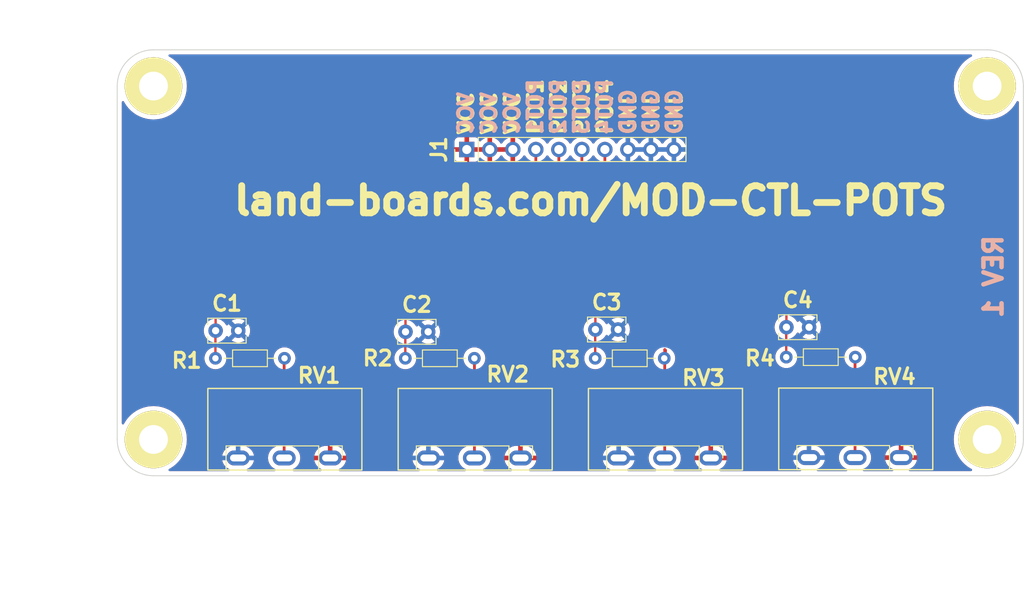
<source format=kicad_pcb>
(kicad_pcb (version 20211014) (generator pcbnew)
  (layers (0 "F.Cu" signal) (31 "B.Cu" signal) (34 "B.Paste" user) (35 "F.Paste" user) (36 "B.SilkS" user "B.Silkscreen") (37 "F.SilkS" user "F.Silkscreen") (38 "B.Mask" user) (39 "F.Mask" user) (44 "Edge.Cuts" user))
  (net 0 "")
  (net 1 "GND")
  (net 2 "Net-(R1-Pad2)")
  (net 3 "Net-(R2-Pad2)")
  (net 4 "Net-(R3-Pad2)")
  (net 5 "Net-(R4-Pad2)")
  (net 6 "VCC")
  (net 7 "/POT1")
  (net 8 "/POT2")
  (net 9 "/POT3")
  (net 10 "/POT4")
  (footprint "LandBoards_MountHoles:MTG-4-40" (layer "F.Cu") (at 94 83)
    (fp_text reference "MTG1" hide)
    (fp_text value "MountingHole" hide)
    (pad "1" thru_hole circle locked (at 0 0) (size 6.35 6.35) (drill 3.175) (layers *.Cu *.Mask "F.SilkS"))
  )
  (footprint "Capacitor_THT:C_Rect_L4.0mm_W2.5mm_P2.50mm" (layer "F.Cu") (at 163.85 70.612)
    (fp_text reference "C4" (at 1.25 -3) (layer "F.SilkS") (effects (font (size 1.651 1.651) (thickness 0.34925))))
    (fp_text value "0.1uF")
    (fp_line (start 3.37 -1.37) (end 3.37 -0.665) (layer "F.SilkS") (width 0.12))
    (fp_line (start -0.87 -1.37) (end -0.87 -0.665) (layer "F.SilkS") (width 0.12))
    (fp_line (start -0.87 1.37) (end 3.37 1.37) (layer "F.SilkS") (width 0.12))
    (fp_line (start -0.87 -1.37) (end 3.37 -1.37) (layer "F.SilkS") (width 0.12))
    (fp_line (start -0.87 0.665) (end -0.87 1.37) (layer "F.SilkS") (width 0.12))
    (fp_line (start 3.37 0.665) (end 3.37 1.37) (layer "F.SilkS") (width 0.12))
    (pad "1" thru_hole circle (at 0 0) (size 1.6 1.6) (drill 0.8) (layers *.Cu *.Mask) (net 10 "/POT4"))
    (pad "2" thru_hole circle (at 2.5 0) (size 1.6 1.6) (drill 0.8) (layers *.Cu *.Mask) (net 1 "GND"))
  )
  (footprint "Capacitor_THT:C_Rect_L4.0mm_W2.5mm_P2.50mm" (layer "F.Cu") (at 142.768 70.866)
    (fp_text reference "C3" (at 1.25 -3) (layer "F.SilkS") (effects (font (size 1.651 1.651) (thickness 0.34925))))
    (fp_text value "0.1uF")
    (fp_line (start -0.87 -1.37) (end 3.37 -1.37) (layer "F.SilkS") (width 0.12))
    (fp_line (start -0.87 1.37) (end 3.37 1.37) (layer "F.SilkS") (width 0.12))
    (fp_line (start 3.37 -1.37) (end 3.37 -0.665) (layer "F.SilkS") (width 0.12))
    (fp_line (start 3.37 0.665) (end 3.37 1.37) (layer "F.SilkS") (width 0.12))
    (fp_line (start -0.87 -1.37) (end -0.87 -0.665) (layer "F.SilkS") (width 0.12))
    (fp_line (start -0.87 0.665) (end -0.87 1.37) (layer "F.SilkS") (width 0.12))
    (pad "1" thru_hole circle (at 0 0) (size 1.6 1.6) (drill 0.8) (layers *.Cu *.Mask) (net 9 "/POT3"))
    (pad "2" thru_hole circle (at 2.5 0) (size 1.6 1.6) (drill 0.8) (layers *.Cu *.Mask) (net 1 "GND"))
  )
  (footprint "Resistor_THT:R_Axial_DIN0204_L3.6mm_D1.6mm_P7.62mm_Horizontal" (layer "F.Cu") (at 121.793 74.041)
    (fp_text reference "R2" (at -3.048 0) (layer "F.SilkS") (effects (font (size 1.651 1.651) (thickness 0.34925))))
    (fp_text value "1K")
    (fp_line (start 1.89 0.92) (end 5.73 0.92) (layer "F.SilkS") (width 0.12))
    (fp_line (start 0.94 0) (end 1.89 0) (layer "F.SilkS") (width 0.12))
    (fp_line (start 1.89 -0.92) (end 1.89 0.92) (layer "F.SilkS") (width 0.12))
    (fp_line (start 6.68 0) (end 5.73 0) (layer "F.SilkS") (width 0.12))
    (fp_line (start 5.73 0.92) (end 5.73 -0.92) (layer "F.SilkS") (width 0.12))
    (fp_line (start 5.73 -0.92) (end 1.89 -0.92) (layer "F.SilkS") (width 0.12))
    (pad "1" thru_hole circle (at 0 0) (size 1.4 1.4) (drill 0.7) (layers *.Cu *.Mask) (net 8 "/POT2"))
    (pad "2" thru_hole oval (at 7.62 0) (size 1.4 1.4) (drill 0.7) (layers *.Cu *.Mask) (net 3 "Net-(R2-Pad2)"))
  )
  (footprint "LandBoards_Conns:Pot3" (layer "F.Cu") (at 113.500002 85.039987 -90)
    (fp_text reference "RV1" (at -9.093987 1.232002 180) (layer "F.SilkS") (effects (font (size 1.651 1.651) (thickness 0.34925))))
    (fp_text value "100K")
    (fp_line (start -1.33 -1.33) (end 0 -1.33) (layer "F.SilkS") (width 0.12))
    (fp_line (start -1.33 0) (end -1.33 -1.33) (layer "F.SilkS") (width 0.12))
    (fp_line (start -1.33 1.27) (end -1.33 11.49) (layer "F.SilkS") (width 0.12))
    (fp_line (start -1.33 11.49) (end 1.33 11.49) (layer "F.SilkS") (width 0.12))
    (fp_line (start 1.33 1.27) (end 1.33 11.49) (layer "F.SilkS") (width 0.12))
    (fp_line (start -1.33 1.27) (end 1.33 1.27) (layer "F.SilkS") (width 0.12))
    (fp_rect (start -7.67 -3.5) (end 1.33 13.5) (layer "F.SilkS") (width 0.15) (fill none))
    (pad "1" thru_hole oval (at 0 0 270) (size 1.651 2.54) (drill oval 0.762 1.778) (layers *.Cu *.Mask) (net 6 "VCC"))
    (pad "2" thru_hole oval (at 0 5.08 270) (size 1.651 2.54) (drill oval 0.762 1.778) (layers *.Cu *.Mask) (net 2 "Net-(R1-Pad2)"))
    (pad "3" thru_hole oval (at 0 10.16 270) (size 1.651 2.54) (drill oval 0.762 1.778) (layers *.Cu *.Mask) (net 1 "GND"))
  )
  (footprint "LandBoards_MountHoles:MTG-4-40" (layer "F.Cu") (at 94 44)
    (fp_text reference "MTG3" hide)
    (fp_text value "MountingHole" hide)
    (pad "1" thru_hole circle locked (at 0 0) (size 6.35 6.35) (drill 3.175) (layers *.Cu *.Mask "F.SilkS"))
  )
  (footprint "Connector_PinHeader_2.54mm:PinHeader_1x10_P2.54mm_Vertical" (layer "F.Cu") (at 128.575 51 90)
    (fp_text reference "J1" (at 0 -3.075 90) (layer "F.SilkS") (effects (font (size 1.651 1.651) (thickness 0.34925))))
    (fp_text value "Conn_01x10")
    (fp_line (start 1.33 1.27) (end 1.33 24.19) (layer "F.SilkS") (width 0.12))
    (fp_line (start -1.33 1.27) (end -1.33 24.19) (layer "F.SilkS") (width 0.12))
    (fp_line (start -1.33 1.27) (end 1.33 1.27) (layer "F.SilkS") (width 0.12))
    (fp_line (start -1.33 0) (end -1.33 -1.33) (layer "F.SilkS") (width 0.12))
    (fp_line (start -1.33 24.19) (end 1.33 24.19) (layer "F.SilkS") (width 0.12))
    (fp_line (start -1.33 -1.33) (end 0 -1.33) (layer "F.SilkS") (width 0.12))
    (pad "1" thru_hole rect (at 0 0 90) (size 1.7 1.7) (drill 1) (layers *.Cu *.Mask) (net 6 "VCC"))
    (pad "2" thru_hole oval (at 0 2.54 90) (size 1.7 1.7) (drill 1) (layers *.Cu *.Mask) (net 6 "VCC"))
    (pad "3" thru_hole oval (at 0 5.08 90) (size 1.7 1.7) (drill 1) (layers *.Cu *.Mask) (net 6 "VCC"))
    (pad "4" thru_hole oval (at 0 7.62 90) (size 1.7 1.7) (drill 1) (layers *.Cu *.Mask) (net 7 "/POT1"))
    (pad "5" thru_hole oval (at 0 10.16 90) (size 1.7 1.7) (drill 1) (layers *.Cu *.Mask) (net 8 "/POT2"))
    (pad "6" thru_hole oval (at 0 12.7 90) (size 1.7 1.7) (drill 1) (layers *.Cu *.Mask) (net 9 "/POT3"))
    (pad "7" thru_hole oval (at 0 15.24 90) (size 1.7 1.7) (drill 1) (layers *.Cu *.Mask) (net 10 "/POT4"))
    (pad "8" thru_hole oval (at 0 17.78 90) (size 1.7 1.7) (drill 1) (layers *.Cu *.Mask) (net 1 "GND"))
    (pad "9" thru_hole oval (at 0 20.32 90) (size 1.7 1.7) (drill 1) (layers *.Cu *.Mask) (net 1 "GND"))
    (pad "10" thru_hole oval (at 0 22.86 90) (size 1.7 1.7) (drill 1) (layers *.Cu *.Mask) (net 1 "GND"))
  )
  (footprint "LandBoards_Conns:Pot3" (layer "F.Cu") (at 176.500003 85.000008 -90)
    (fp_text reference "RV4" (at -8.927008 0.732003 180) (layer "F.SilkS") (effects (font (size 1.651 1.651) (thickness 0.34925))))
    (fp_text value "100K")
    (fp_line (start -1.33 0) (end -1.33 -1.33) (layer "F.SilkS") (width 0.12))
    (fp_line (start -1.33 -1.33) (end 0 -1.33) (layer "F.SilkS") (width 0.12))
    (fp_line (start -1.33 1.27) (end 1.33 1.27) (layer "F.SilkS") (width 0.12))
    (fp_line (start 1.33 1.27) (end 1.33 11.49) (layer "F.SilkS") (width 0.12))
    (fp_line (start -1.33 11.49) (end 1.33 11.49) (layer "F.SilkS") (width 0.12))
    (fp_line (start -1.33 1.27) (end -1.33 11.49) (layer "F.SilkS") (width 0.12))
    (fp_rect (start -7.67 -3.5) (end 1.33 13.5) (layer "F.SilkS") (width 0.15) (fill none))
    (pad "1" thru_hole oval (at 0 0 270) (size 1.651 2.54) (drill oval 0.762 1.778) (layers *.Cu *.Mask) (net 6 "VCC"))
    (pad "2" thru_hole oval (at 0 5.08 270) (size 1.651 2.54) (drill oval 0.762 1.778) (layers *.Cu *.Mask) (net 5 "Net-(R4-Pad2)"))
    (pad "3" thru_hole oval (at 0 10.16 270) (size 1.651 2.54) (drill oval 0.762 1.778) (layers *.Cu *.Mask) (net 1 "GND"))
  )
  (footprint "Capacitor_THT:C_Rect_L4.0mm_W2.5mm_P2.50mm" (layer "F.Cu") (at 100.858 70.993)
    (fp_text reference "C1" (at 1.25 -3) (layer "F.SilkS") (effects (font (size 1.651 1.651) (thickness 0.34925))))
    (fp_text value "0.1uF")
    (fp_line (start -0.87 -1.37) (end 3.37 -1.37) (layer "F.SilkS") (width 0.12))
    (fp_line (start 3.37 -1.37) (end 3.37 -0.665) (layer "F.SilkS") (width 0.12))
    (fp_line (start 3.37 0.665) (end 3.37 1.37) (layer "F.SilkS") (width 0.12))
    (fp_line (start -0.87 -1.37) (end -0.87 -0.665) (layer "F.SilkS") (width 0.12))
    (fp_line (start -0.87 0.665) (end -0.87 1.37) (layer "F.SilkS") (width 0.12))
    (fp_line (start -0.87 1.37) (end 3.37 1.37) (layer "F.SilkS") (width 0.12))
    (pad "1" thru_hole circle (at 0 0) (size 1.6 1.6) (drill 0.8) (layers *.Cu *.Mask) (net 7 "/POT1"))
    (pad "2" thru_hole circle (at 2.5 0) (size 1.6 1.6) (drill 0.8) (layers *.Cu *.Mask) (net 1 "GND"))
  )
  (footprint "LandBoards_Conns:Pot3" (layer "F.Cu") (at 134.50001 85.039987 -90)
    (fp_text reference "RV2" (at -9.220987 1.40401 180) (layer "F.SilkS") (effects (font (size 1.651 1.651) (thickness 0.34925))))
    (fp_text value "100K")
    (fp_line (start -1.33 1.27) (end -1.33 11.49) (layer "F.SilkS") (width 0.12))
    (fp_line (start -1.33 -1.33) (end 0 -1.33) (layer "F.SilkS") (width 0.12))
    (fp_line (start -1.33 1.27) (end 1.33 1.27) (layer "F.SilkS") (width 0.12))
    (fp_line (start 1.33 1.27) (end 1.33 11.49) (layer "F.SilkS") (width 0.12))
    (fp_line (start -1.33 0) (end -1.33 -1.33) (layer "F.SilkS") (width 0.12))
    (fp_line (start -1.33 11.49) (end 1.33 11.49) (layer "F.SilkS") (width 0.12))
    (fp_rect (start -7.67 -3.5) (end 1.33 13.5) (layer "F.SilkS") (width 0.15) (fill none))
    (pad "1" thru_hole oval (at 0 0 270) (size 1.651 2.54) (drill oval 0.762 1.778) (layers *.Cu *.Mask) (net 6 "VCC"))
    (pad "2" thru_hole oval (at 0 5.08 270) (size 1.651 2.54) (drill oval 0.762 1.778) (layers *.Cu *.Mask) (net 3 "Net-(R2-Pad2)"))
    (pad "3" thru_hole oval (at 0 10.16 270) (size 1.651 2.54) (drill oval 0.762 1.778) (layers *.Cu *.Mask) (net 1 "GND"))
  )
  (footprint "Resistor_THT:R_Axial_DIN0204_L3.6mm_D1.6mm_P7.62mm_Horizontal" (layer "F.Cu") (at 163.83 73.914)
    (fp_text reference "R4" (at -2.921 0.127) (layer "F.SilkS") (effects (font (size 1.651 1.651) (thickness 0.34925))))
    (fp_text value "1K")
    (fp_line (start 6.68 0) (end 5.73 0) (layer "F.SilkS") (width 0.12))
    (fp_line (start 5.73 0.92) (end 5.73 -0.92) (layer "F.SilkS") (width 0.12))
    (fp_line (start 1.89 0.92) (end 5.73 0.92) (layer "F.SilkS") (width 0.12))
    (fp_line (start 5.73 -0.92) (end 1.89 -0.92) (layer "F.SilkS") (width 0.12))
    (fp_line (start 1.89 -0.92) (end 1.89 0.92) (layer "F.SilkS") (width 0.12))
    (fp_line (start 0.94 0) (end 1.89 0) (layer "F.SilkS") (width 0.12))
    (pad "1" thru_hole circle (at 0 0) (size 1.4 1.4) (drill 0.7) (layers *.Cu *.Mask) (net 10 "/POT4"))
    (pad "2" thru_hole oval (at 7.62 0) (size 1.4 1.4) (drill 0.7) (layers *.Cu *.Mask) (net 5 "Net-(R4-Pad2)"))
  )
  (footprint "LandBoards_Conns:Pot3" (layer "F.Cu") (at 155.499994 85.039987 -90)
    (fp_text reference "RV3" (at -8.839987 0.813994 180) (layer "F.SilkS") (effects (font (size 1.651 1.651) (thickness 0.34925))))
    (fp_text value "100K")
    (fp_line (start -1.33 1.27) (end -1.33 11.49) (layer "F.SilkS") (width 0.12))
    (fp_line (start 1.33 1.27) (end 1.33 11.49) (layer "F.SilkS") (width 0.12))
    (fp_line (start -1.33 11.49) (end 1.33 11.49) (layer "F.SilkS") (width 0.12))
    (fp_line (start -1.33 -1.33) (end 0 -1.33) (layer "F.SilkS") (width 0.12))
    (fp_line (start -1.33 0) (end -1.33 -1.33) (layer "F.SilkS") (width 0.12))
    (fp_line (start -1.33 1.27) (end 1.33 1.27) (layer "F.SilkS") (width 0.12))
    (fp_rect (start -7.67 -3.5) (end 1.33 13.5) (layer "F.SilkS") (width 0.15) (fill none))
    (pad "1" thru_hole oval (at 0 0 270) (size 1.651 2.54) (drill oval 0.762 1.778) (layers *.Cu *.Mask) (net 6 "VCC"))
    (pad "2" thru_hole oval (at 0 5.08 270) (size 1.651 2.54) (drill oval 0.762 1.778) (layers *.Cu *.Mask) (net 4 "Net-(R3-Pad2)"))
    (pad "3" thru_hole oval (at 0 10.16 270) (size 1.651 2.54) (drill oval 0.762 1.778) (layers *.Cu *.Mask) (net 1 "GND"))
  )
  (footprint "Resistor_THT:R_Axial_DIN0204_L3.6mm_D1.6mm_P7.62mm_Horizontal" (layer "F.Cu") (at 142.748 74.041)
    (fp_text reference "R3" (at -3.302 0.127) (layer "F.SilkS") (effects (font (size 1.651 1.651) (thickness 0.34925))))
    (fp_text value "1K")
    (fp_line (start 6.68 0) (end 5.73 0) (layer "F.SilkS") (width 0.12))
    (fp_line (start 5.73 0.92) (end 5.73 -0.92) (layer "F.SilkS") (width 0.12))
    (fp_line (start 5.73 -0.92) (end 1.89 -0.92) (layer "F.SilkS") (width 0.12))
    (fp_line (start 1.89 -0.92) (end 1.89 0.92) (layer "F.SilkS") (width 0.12))
    (fp_line (start 0.94 0) (end 1.89 0) (layer "F.SilkS") (width 0.12))
    (fp_line (start 1.89 0.92) (end 5.73 0.92) (layer "F.SilkS") (width 0.12))
    (pad "1" thru_hole circle (at 0 0) (size 1.4 1.4) (drill 0.7) (layers *.Cu *.Mask) (net 9 "/POT3"))
    (pad "2" thru_hole oval (at 7.62 0) (size 1.4 1.4) (drill 0.7) (layers *.Cu *.Mask) (net 4 "Net-(R3-Pad2)"))
  )
  (footprint "Capacitor_THT:C_Rect_L4.0mm_W2.5mm_P2.50mm" (layer "F.Cu") (at 121.813 71.12)
    (fp_text reference "C2" (at 1.25 -3) (layer "F.SilkS") (effects (font (size 1.651 1.651) (thickness 0.34925))))
    (fp_text value "0.1uF")
    (fp_line (start -0.87 -1.37) (end 3.37 -1.37) (layer "F.SilkS") (width 0.12))
    (fp_line (start -0.87 1.37) (end 3.37 1.37) (layer "F.SilkS") (width 0.12))
    (fp_line (start 3.37 -1.37) (end 3.37 -0.665) (layer "F.SilkS") (width 0.12))
    (fp_line (start 3.37 0.665) (end 3.37 1.37) (layer "F.SilkS") (width 0.12))
    (fp_line (start -0.87 -1.37) (end -0.87 -0.665) (layer "F.SilkS") (width 0.12))
    (fp_line (start -0.87 0.665) (end -0.87 1.37) (layer "F.SilkS") (width 0.12))
    (pad "1" thru_hole circle (at 0 0) (size 1.6 1.6) (drill 0.8) (layers *.Cu *.Mask) (net 8 "/POT2"))
    (pad "2" thru_hole circle (at 2.5 0) (size 1.6 1.6) (drill 0.8) (layers *.Cu *.Mask) (net 1 "GND"))
  )
  (footprint "LandBoards_MountHoles:MTG-4-40" (layer "F.Cu") (at 186 83)
    (fp_text reference "MTG2" hide)
    (fp_text value "MountingHole" hide)
    (pad "1" thru_hole circle locked (at 0 0) (size 6.35 6.35) (drill 3.175) (layers *.Cu *.Mask "F.SilkS"))
  )
  (footprint "LandBoards_MountHoles:MTG-4-40" (layer "F.Cu") (at 186 44)
    (fp_text reference "MTG4" hide)
    (fp_text value "MountingHole" hide)
    (pad "1" thru_hole circle locked (at 0 0) (size 6.35 6.35) (drill 3.175) (layers *.Cu *.Mask "F.SilkS"))
  )
  (footprint "Resistor_THT:R_Axial_DIN0204_L3.6mm_D1.6mm_P7.62mm_Horizontal" (layer "F.Cu") (at 100.838 74.041)
    (fp_text reference "R1" (at -3.175 0.254) (layer "F.SilkS") (effects (font (size 1.651 1.651) (thickness 0.34925))))
    (fp_text value "1K")
    (fp_line (start 1.89 -0.92) (end 1.89 0.92) (layer "F.SilkS") (width 0.12))
    (fp_line (start 0.94 0) (end 1.89 0) (layer "F.SilkS") (width 0.12))
    (fp_line (start 6.68 0) (end 5.73 0) (layer "F.SilkS") (width 0.12))
    (fp_line (start 1.89 0.92) (end 5.73 0.92) (layer "F.SilkS") (width 0.12))
    (fp_line (start 5.73 -0.92) (end 1.89 -0.92) (layer "F.SilkS") (width 0.12))
    (fp_line (start 5.73 0.92) (end 5.73 -0.92) (layer "F.SilkS") (width 0.12))
    (pad "1" thru_hole circle (at 0 0) (size 1.4 1.4) (drill 0.7) (layers *.Cu *.Mask) (net 7 "/POT1"))
    (pad "2" thru_hole oval (at 7.62 0) (size 1.4 1.4) (drill 0.7) (layers *.Cu *.Mask) (net 2 "Net-(R1-Pad2)"))
  )
  (gr_line (start 190 44) (end 190 83) (layer "Edge.Cuts") (width 0.1))
  (gr_arc (start 94 87) (mid 91.171573 85.828427) (end 90 83) (layer "Edge.Cuts") (width 0.1))
  (gr_line (start 94 40) (end 186 40) (layer "Edge.Cuts") (width 0.1))
  (gr_arc (start 90 44) (mid 91.171573 41.171573) (end 94 40) (layer "Edge.Cuts") (width 0.1))
  (gr_arc (start 186 40) (mid 188.828427 41.171573) (end 190 44) (layer "Edge.Cuts") (width 0.1))
  (gr_arc (start 190 83) (mid 188.828427 85.828427) (end 186 87) (layer "Edge.Cuts") (width 0.1))
  (gr_line (start 90 83) (end 90 44) (layer "Edge.Cuts") (width 0.1))
  (gr_line (start 186 87) (end 94 87) (layer "Edge.Cuts") (width 0.1))
  (gr_text "REV 1" (at 186.69 65.024 90) (layer "B.SilkS") (effects (font (size 2 2) (thickness 0.5)) (justify mirror)))
  (gr_text "VCC\nVCC\nVCC\nPOT1\nPOT2\nPOT3\nPOT4\nGND\nGND\nGND" (at 139.954 49.53 90) (layer "B.SilkS") (effects (font (size 1.5875 1.5875) (thickness 0.396875)) (justify right mirror)))
  (gr_text "VCC\nVCC\nVCC\nPOT1\nPOT2\nPOT3\nPOT4\nGND\nGND\nGND" (at 140 49.53 90) (layer "F.SilkS") (effects (font (size 1.5875 1.5875) (thickness 0.396875)) (justify left)))
  (gr_text "land-boards.com/MOD-CTL-POTS" (at 142.24 56.642) (layer "F.SilkS") (effects (font (size 3 3) (thickness 0.75))))
  (segment (start 108.42 85.04) (end 108.42 73.89) (width 0.3048) (layer "F.Cu") (net 2))
  (segment (start 129.42 85.04) (end 129.42 73.89) (width 0.3048) (layer "F.Cu") (net 3))
  (segment (start 150.42 73.08) (end 150.5 73.16) (width 0.3048) (layer "F.Cu") (net 4))
  (segment (start 150.5 73.16) (end 150.5 74) (width 0.3048) (layer "F.Cu") (net 4))
  (segment (start 150.42 85.04) (end 150.42 73.08) (width 0.3048) (layer "F.Cu") (net 4))
  (segment (start 171.42 85) (end 171.42 74.08) (width 0.3048) (layer "F.Cu") (net 5))
  (segment (start 136.195 53.305) (end 136.195 51) (width 0.3048) (layer "F.Cu") (net 7))
  (segment (start 100.858 70.993) (end 100.858 66.782) (width 0.25) (layer "F.Cu") (net 7))
  (segment (start 134 55.5) (end 136.195 53.305) (width 0.3048) (layer "F.Cu") (net 7))
  (segment (start 114 55.5) (end 114.172 55.5) (width 0.3048) (layer "F.Cu") (net 7))
  (segment (start 114.172 55.5) (end 134 55.5) (width 0.3048) (layer "F.Cu") (net 7))
  (segment (start 100.858 66.782) (end 112.14 55.5) (width 0.25) (layer "F.Cu") (net 7))
  (segment (start 100.838 71.013) (end 100.858 70.993) (width 0.25) (layer "F.Cu") (net 7))
  (segment (start 112.14 55.5) (end 114.172 55.5) (width 0.25) (layer "F.Cu") (net 7))
  (segment (start 100.838 74.041) (end 100.838 71.013) (width 0.25) (layer "F.Cu") (net 7))
  (segment (start 121.793 74.041) (end 121.793 71.14) (width 0.25) (layer "F.Cu") (net 8))
  (segment (start 121.793 71.14) (end 121.813 71.12) (width 0.25) (layer "F.Cu") (net 8))
  (segment (start 138.735 54.265) (end 138.735 51) (width 0.3048) (layer "F.Cu") (net 8))
  (segment (start 121.813 71.12) (end 121.813 66.147) (width 0.25) (layer "F.Cu") (net 8))
  (segment (start 135.5 57.5) (end 138.735 54.265) (width 0.3048) (layer "F.Cu") (net 8))
  (segment (start 121.813 66.147) (end 130.46 57.5) (width 0.25) (layer "F.Cu") (net 8))
  (segment (start 130.46 57.5) (end 135.5 57.5) (width 0.25) (layer "F.Cu") (net 8))
  (segment (start 142.748 74.041) (end 142.748 70.886) (width 0.25) (layer "F.Cu") (net 9))
  (segment (start 142.768 70.866) (end 142.768 57.768) (width 0.25) (layer "F.Cu") (net 9))
  (segment (start 142.748 70.886) (end 142.768 70.866) (width 0.25) (layer "F.Cu") (net 9))
  (segment (start 141.275 56.275) (end 141.275 51) (width 0.3048) (layer "F.Cu") (net 9))
  (segment (start 142.5 57.5) (end 141.275 56.275) (width 0.3048) (layer "F.Cu") (net 9))
  (segment (start 142.768 57.768) (end 141.275 56.275) (width 0.25) (layer "F.Cu") (net 9))
  (segment (start 163.83 73.914) (end 163.83 70.632) (width 0.25) (layer "F.Cu") (net 10))
  (segment (start 143.815 52.815) (end 146.5 55.5) (width 0.3048) (layer "F.Cu") (net 10))
  (segment (start 143.815 51) (end 143.815 52.815) (width 0.3048) (layer "F.Cu") (net 10))
  (segment (start 163.83 70.632) (end 163.85 70.612) (width 0.25) (layer "F.Cu") (net 10))
  (segment (start 151.766 55.5) (end 146.5 55.5) (width 0.25) (layer "F.Cu") (net 10))
  (segment (start 163.85 70.612) (end 163.85 67.584) (width 0.25) (layer "F.Cu") (net 10))
  (segment (start 163.85 67.584) (end 151.766 55.5) (width 0.25) (layer "F.Cu") (net 10))
  (zone (net 6) (net_name "VCC") (layer "F.Cu") (connect_pads (clearance 0.508)) (min_thickness 0.254) (fill yes (thermal_gap 0.508) (thermal_bridge_width 0.508))
    (polygon (pts (xy 190 87) (xy 90 87) (xy 90 40) (xy 190 40)))
  )
  (zone (net 1) (net_name "GND") (layer "B.Cu") (connect_pads (clearance 0.508)) (min_thickness 0.254) (fill yes (thermal_gap 0.508) (thermal_bridge_width 0.508))
    (polygon (pts (xy 190 87) (xy 90 87) (xy 90 40) (xy 190 40)))
  )
)
</source>
